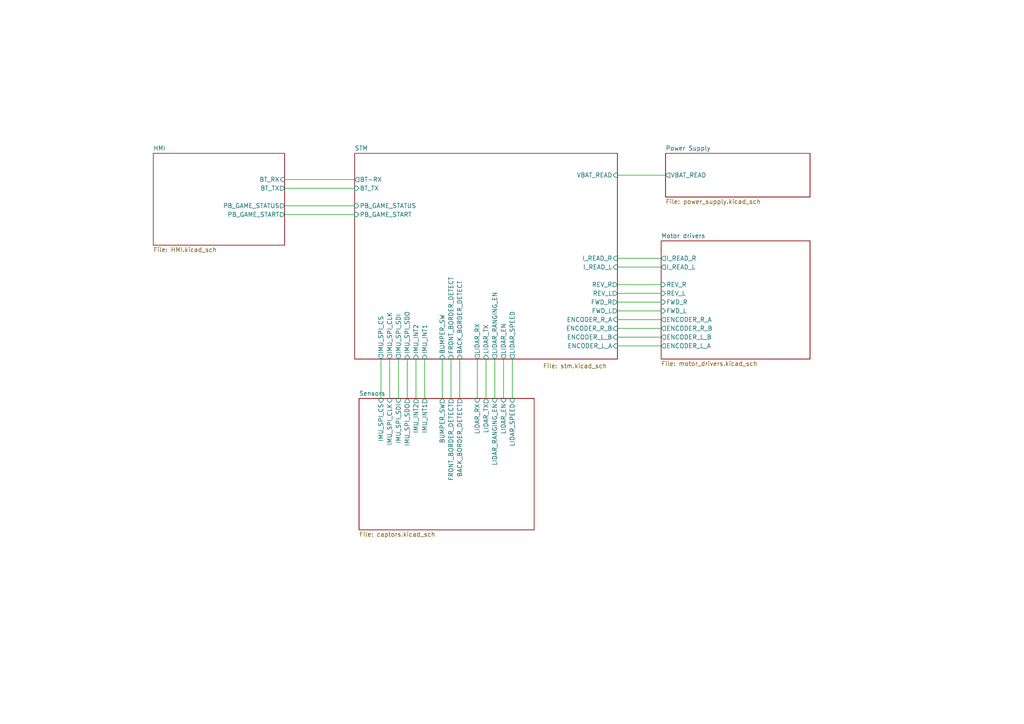
<source format=kicad_sch>
(kicad_sch (version 20230121) (generator eeschema)
  (paper "A4")
  (title_block (title "robot chat") (date "2023-09-19") (rev "1.0") (company "ENSEA"))
  (lib_symbols)
  (wire (pts (xy 120.65 104.14) (xy 120.65 115.57)))
  (wire (pts (xy 130.81 104.14) (xy 130.81 115.57)))
  (wire (pts (xy 82.55 52.07) (xy 102.87 52.07)))
  (wire (pts (xy 82.55 62.23) (xy 102.87 62.23)))
  (wire (pts (xy 143.51 104.14) (xy 143.51 115.57)))
  (wire (pts (xy 82.55 59.69) (xy 102.87 59.69)))
  (wire (pts (xy 179.07 97.79) (xy 191.77 97.79)))
  (wire (pts (xy 148.59 104.14) (xy 148.59 115.57)))
  (wire (pts (xy 138.43 104.14) (xy 138.43 115.57)))
  (wire (pts (xy 128.27 104.14) (xy 128.27 115.57)))
  (wire (pts (xy 133.35 104.14) (xy 133.35 115.57)))
  (wire (pts (xy 179.07 85.09) (xy 191.77 85.09)))
  (wire (pts (xy 82.55 54.61) (xy 102.87 54.61)))
  (wire (pts (xy 179.07 92.71) (xy 191.77 92.71)))
  (wire (pts (xy 146.05 104.14) (xy 146.05 115.57)))
  (wire (pts (xy 179.07 74.93) (xy 191.77 74.93)))
  (wire (pts (xy 123.19 104.14) (xy 123.19 115.57)))
  (wire (pts (xy 113.03 104.14) (xy 113.03 115.57)))
  (wire (pts (xy 179.07 90.17) (xy 191.77 90.17)))
  (wire (pts (xy 115.57 104.14) (xy 115.57 115.57)))
  (wire (pts (xy 110.49 104.14) (xy 110.49 115.57)))
  (wire (pts (xy 179.07 77.47) (xy 191.77 77.47)))
  (wire (pts (xy 179.07 95.25) (xy 191.77 95.25)))
  (wire (pts (xy 179.07 50.8) (xy 193.04 50.8)))
  (wire (pts (xy 118.11 104.14) (xy 118.11 115.57)))
  (wire (pts (xy 179.07 82.55) (xy 191.77 82.55)))
  (wire (pts (xy 140.97 104.14) (xy 140.97 115.57)))
  (wire (pts (xy 179.07 87.63) (xy 191.77 87.63)))
  (wire (pts (xy 179.07 100.33) (xy 191.77 100.33)))
  (sheet (at 191.77 69.85) (size 43.18 34.29) (stroke (width 0.1524))
    (property "Sheetname" "Motor drivers" (at 191.77 69.1384 0) (effects (justify left bottom)))
    (property "Sheetfile" "motor_drivers.kicad_sch" (at 191.77 104.7246 0) (effects (justify left top)))
    (pin "I_READ_L" output (at 191.77 77.47 180))
    (pin "REV_L" input (at 191.77 85.09 180))
    (pin "FWD_L" input (at 191.77 90.17 180))
    (pin "I_READ_R" output (at 191.77 74.93 180))
    (pin "FWD_R" input (at 191.77 87.63 180))
    (pin "REV_R" input (at 191.77 82.55 180))
    (pin "ENCODER_R_B" output (at 191.77 95.25 180))
    (pin "ENCODER_L_A" output (at 191.77 100.33 180))
    (pin "ENCODER_L_B" output (at 191.77 97.79 180))
    (pin "ENCODER_R_A" output (at 191.77 92.71 180))
  )
  (sheet (at 102.87 44.45) (size 76.2 59.69) (stroke (width 0.1524))
    (property "Sheetname" "STM" (at 102.87 43.7384 0) (effects (justify left bottom)))
    (property "Sheetfile" "stm.kicad_sch" (at 157.48 105.41 0) (effects (justify left top)))
    (pin "VBAT_READ" input (at 179.07 50.8 0))
    (pin "I_READ_R" input (at 179.07 74.93 0))
    (pin "I_READ_L" input (at 179.07 77.47 0))
    (pin "LIDAR_SPEED" output (at 148.59 104.14 270))
    (pin "FWD_L" output (at 179.07 90.17 0))
    (pin "ENCODER_R_A" input (at 179.07 92.71 0))
    (pin "ENCODER_L_B" input (at 179.07 97.79 0))
    (pin "ENCODER_R_B" input (at 179.07 95.25 0))
    (pin "ENCODER_L_A" input (at 179.07 100.33 0))
    (pin "BT_TX" input (at 102.87 54.61 180))
    (pin "LIDAR_EN" output (at 146.05 104.14 270))
    (pin "LIDAR_RANGING_EN" output (at 143.51 104.14 270))
    (pin "LIDAR_TX" input (at 140.97 104.14 270))
    (pin "BACK_BORDER_DETECT" input (at 133.35 104.14 270))
    (pin "FRONT_BORDER_DETECT" input (at 130.81 104.14 270))
    (pin "BUMPER_SW" input (at 128.27 104.14 270))
    (pin "LIDAR_RX" output (at 138.43 104.14 270))
    (pin "FWD_R" output (at 179.07 87.63 0))
    (pin "BT-RX" output (at 102.87 52.07 180))
    (pin "PB_GAME_STATUS" input (at 102.87 59.69 180))
    (pin "IMU_INT1" input (at 123.19 104.14 270))
    (pin "IMU_INT2" input (at 120.65 104.14 270))
    (pin "REV_R" output (at 179.07 82.55 0))
    (pin "REV_L" output (at 179.07 85.09 0))
    (pin "IMU_SPI_SDO" input (at 118.11 104.14 270))
    (pin "IMU_SPI_CLK" output (at 113.03 104.14 270))
    (pin "IMU_SPI_CS" output (at 110.49 104.14 270))
    (pin "IMU_SPI_SDI" output (at 115.57 104.14 270))
    (pin "PB_GAME_START" input (at 102.87 62.23 180))
  )
  (sheet (at 44.45 44.45) (size 38.1 26.67) (stroke (width 0.1524))
    (property "Sheetname" "HMI" (at 44.45 43.7384 0) (effects (justify left bottom)))
    (property "Sheetfile" "HMI.kicad_sch" (at 44.45 71.7046 0) (effects (justify left top)))
    (pin "PB_GAME_STATUS" output (at 82.55 59.69 0))
    (pin "BT_TX" output (at 82.55 54.61 0))
    (pin "BT_RX" input (at 82.55 52.07 0))
    (pin "PB_GAME_START" output (at 82.55 62.23 0))
  )
  (sheet (at 104.14 115.57) (size 50.8 38.1) (stroke (width 0.1524))
    (property "Sheetname" "Sensors" (at 104.14 114.8584 0) (effects (justify left bottom)))
    (property "Sheetfile" "captors.kicad_sch" (at 104.14 154.2546 0) (effects (justify left top)))
    (pin "BACK_BORDER_DETECT" output (at 133.35 115.57 90))
    (pin "FRONT_BORDER_DETECT" output (at 130.81 115.57 90))
    (pin "LIDAR_RX" input (at 138.43 115.57 90))
    (pin "LIDAR_TX" output (at 140.97 115.57 90))
    (pin "LIDAR_RANGING_EN" input (at 143.51 115.57 90))
    (pin "LIDAR_EN" input (at 146.05 115.57 90))
    (pin "LIDAR_SPEED" input (at 148.59 115.57 90))
    (pin "IMU_INT1" output (at 123.19 115.57 90))
    (pin "IMU_INT2" output (at 120.65 115.57 90))
    (pin "IMU_SPI_CLK" input (at 113.03 115.57 90))
    (pin "IMU_SPI_CS" input (at 110.49 115.57 90))
    (pin "IMU_SPI_SDI" input (at 115.57 115.57 90))
    (pin "IMU_SPI_SDO" output (at 118.11 115.57 90))
    (pin "BUMPER_SW" output (at 128.27 115.57 90))
  )
  (sheet (at 193.04 44.45) (size 41.91 12.7) (stroke (width 0.1524))
    (property "Sheetname" "Power Supply" (at 193.04 43.7384 0) (effects (justify left bottom)))
    (property "Sheetfile" "power_supply.kicad_sch" (at 193.04 57.7346 0) (effects (justify left top)))
    (pin "VBAT_READ" output (at 193.04 50.8 180))
  )
)
</source>
